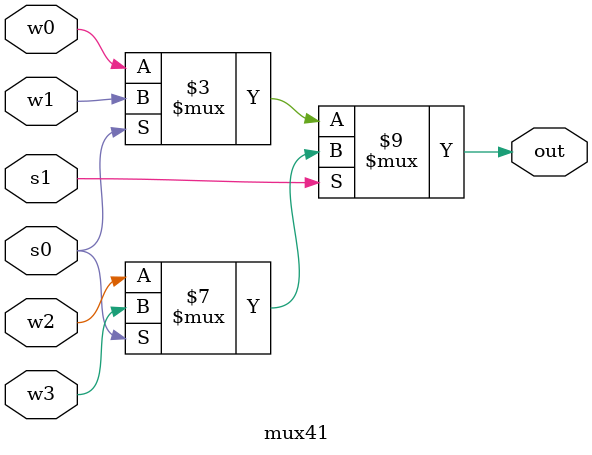
<source format=v>
module mux41(w0, w1, w2, w3, s0, s1, out);
	input wire w0, w1, w2, w3, s0, s1;
	output reg out;
	always @ (w0 or w1 or w2 or w3 or s0 or s1)
		begin
			if (s1)
				begin
					if (s0)
						out <= w3;
					else
						out <= w2;
				end
			else
				begin
					if (s0)
						out <= w1;
					else
						out <= w0;
				end
		end
endmodule

</source>
